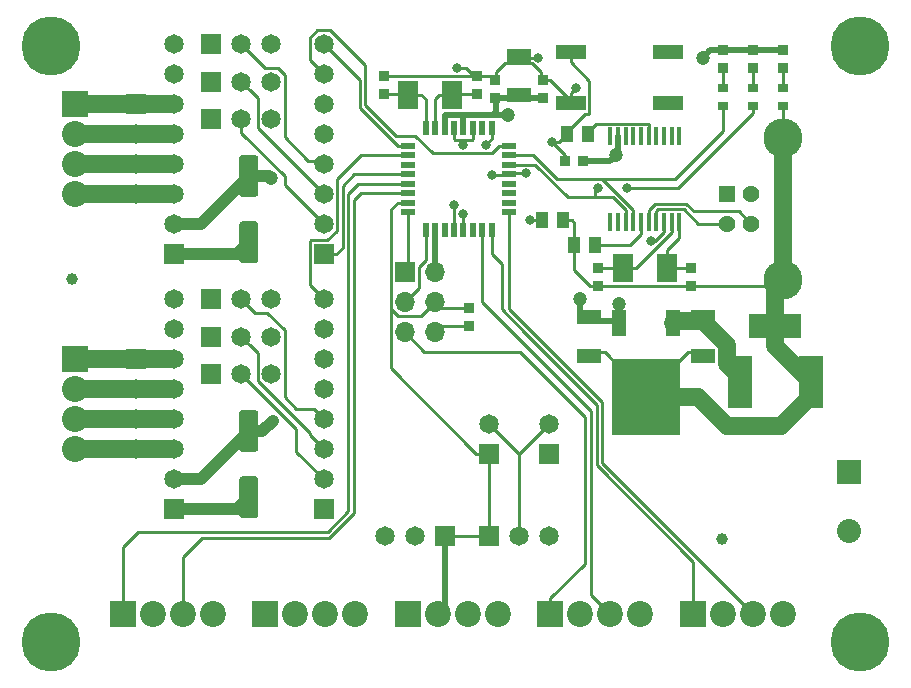
<source format=gbr>
G04 #@! TF.GenerationSoftware,KiCad,Pcbnew,5.1.2-1.fc30*
G04 #@! TF.CreationDate,2019-09-11T07:26:08-04:00*
G04 #@! TF.ProjectId,Platypus,506c6174-7970-4757-932e-6b696361645f,rev?*
G04 #@! TF.SameCoordinates,Original*
G04 #@! TF.FileFunction,Copper,L1,Top*
G04 #@! TF.FilePolarity,Positive*
%FSLAX46Y46*%
G04 Gerber Fmt 4.6, Leading zero omitted, Abs format (unit mm)*
G04 Created by KiCad (PCBNEW 5.1.2-1.fc30) date 2019-09-11 07:26:08*
%MOMM*%
%LPD*%
G04 APERTURE LIST*
%ADD10R,1.016000X1.400000*%
%ADD11R,1.700000X2.400000*%
%ADD12R,0.900000X0.900000*%
%ADD13C,0.100000*%
%ADD14C,1.600000*%
%ADD15C,1.651000*%
%ADD16R,1.651000X1.651000*%
%ADD17R,0.889000X0.762000*%
%ADD18R,4.500000X2.000000*%
%ADD19R,2.000000X4.500000*%
%ADD20C,2.200000*%
%ADD21R,2.200000X2.200000*%
%ADD22R,1.700000X1.700000*%
%ADD23O,1.700000X1.700000*%
%ADD24R,2.540000X1.270000*%
%ADD25R,0.889000X0.889000*%
%ADD26R,1.200000X2.200000*%
%ADD27R,5.800000X6.400000*%
%ADD28R,0.398780X1.498600*%
%ADD29R,0.558800X1.270000*%
%ADD30R,1.270000X0.558800*%
%ADD31C,1.000000*%
%ADD32C,3.316000*%
%ADD33C,1.428000*%
%ADD34R,1.428000X1.428000*%
%ADD35C,5.000000*%
%ADD36R,2.032000X2.032000*%
%ADD37C,2.032000*%
%ADD38R,2.032000X1.270000*%
%ADD39C,0.800000*%
%ADD40C,1.200000*%
%ADD41C,0.250000*%
%ADD42C,1.500000*%
%ADD43C,1.000000*%
%ADD44C,0.500000*%
G04 APERTURE END LIST*
D10*
X193676000Y-38735000D03*
X191897000Y-38735000D03*
D11*
X196651000Y-50038000D03*
X200351000Y-50038000D03*
D12*
X194564000Y-51562000D03*
X194564000Y-50038000D03*
D10*
X194310000Y-48133000D03*
X192531000Y-48133000D03*
D12*
X202438000Y-50038000D03*
X202438000Y-51562000D03*
X185801000Y-34163000D03*
X185801000Y-35687000D03*
X184277000Y-35306000D03*
X184277000Y-33782000D03*
X176403000Y-35306000D03*
X176403000Y-33782000D03*
D10*
X189801500Y-46037500D03*
X191580500Y-46037500D03*
D12*
X189865000Y-35687000D03*
X189865000Y-34163000D03*
D13*
G36*
X165547504Y-40536204D02*
G01*
X165571773Y-40539804D01*
X165595571Y-40545765D01*
X165618671Y-40554030D01*
X165640849Y-40564520D01*
X165661893Y-40577133D01*
X165681598Y-40591747D01*
X165699777Y-40608223D01*
X165716253Y-40626402D01*
X165730867Y-40646107D01*
X165743480Y-40667151D01*
X165753970Y-40689329D01*
X165762235Y-40712429D01*
X165768196Y-40736227D01*
X165771796Y-40760496D01*
X165773000Y-40785000D01*
X165773000Y-43785000D01*
X165771796Y-43809504D01*
X165768196Y-43833773D01*
X165762235Y-43857571D01*
X165753970Y-43880671D01*
X165743480Y-43902849D01*
X165730867Y-43923893D01*
X165716253Y-43943598D01*
X165699777Y-43961777D01*
X165681598Y-43978253D01*
X165661893Y-43992867D01*
X165640849Y-44005480D01*
X165618671Y-44015970D01*
X165595571Y-44024235D01*
X165571773Y-44030196D01*
X165547504Y-44033796D01*
X165523000Y-44035000D01*
X164423000Y-44035000D01*
X164398496Y-44033796D01*
X164374227Y-44030196D01*
X164350429Y-44024235D01*
X164327329Y-44015970D01*
X164305151Y-44005480D01*
X164284107Y-43992867D01*
X164264402Y-43978253D01*
X164246223Y-43961777D01*
X164229747Y-43943598D01*
X164215133Y-43923893D01*
X164202520Y-43902849D01*
X164192030Y-43880671D01*
X164183765Y-43857571D01*
X164177804Y-43833773D01*
X164174204Y-43809504D01*
X164173000Y-43785000D01*
X164173000Y-40785000D01*
X164174204Y-40760496D01*
X164177804Y-40736227D01*
X164183765Y-40712429D01*
X164192030Y-40689329D01*
X164202520Y-40667151D01*
X164215133Y-40646107D01*
X164229747Y-40626402D01*
X164246223Y-40608223D01*
X164264402Y-40591747D01*
X164284107Y-40577133D01*
X164305151Y-40564520D01*
X164327329Y-40554030D01*
X164350429Y-40545765D01*
X164374227Y-40539804D01*
X164398496Y-40536204D01*
X164423000Y-40535000D01*
X165523000Y-40535000D01*
X165547504Y-40536204D01*
X165547504Y-40536204D01*
G37*
D14*
X164973000Y-42285000D03*
D13*
G36*
X165547504Y-46136204D02*
G01*
X165571773Y-46139804D01*
X165595571Y-46145765D01*
X165618671Y-46154030D01*
X165640849Y-46164520D01*
X165661893Y-46177133D01*
X165681598Y-46191747D01*
X165699777Y-46208223D01*
X165716253Y-46226402D01*
X165730867Y-46246107D01*
X165743480Y-46267151D01*
X165753970Y-46289329D01*
X165762235Y-46312429D01*
X165768196Y-46336227D01*
X165771796Y-46360496D01*
X165773000Y-46385000D01*
X165773000Y-49385000D01*
X165771796Y-49409504D01*
X165768196Y-49433773D01*
X165762235Y-49457571D01*
X165753970Y-49480671D01*
X165743480Y-49502849D01*
X165730867Y-49523893D01*
X165716253Y-49543598D01*
X165699777Y-49561777D01*
X165681598Y-49578253D01*
X165661893Y-49592867D01*
X165640849Y-49605480D01*
X165618671Y-49615970D01*
X165595571Y-49624235D01*
X165571773Y-49630196D01*
X165547504Y-49633796D01*
X165523000Y-49635000D01*
X164423000Y-49635000D01*
X164398496Y-49633796D01*
X164374227Y-49630196D01*
X164350429Y-49624235D01*
X164327329Y-49615970D01*
X164305151Y-49605480D01*
X164284107Y-49592867D01*
X164264402Y-49578253D01*
X164246223Y-49561777D01*
X164229747Y-49543598D01*
X164215133Y-49523893D01*
X164202520Y-49502849D01*
X164192030Y-49480671D01*
X164183765Y-49457571D01*
X164177804Y-49433773D01*
X164174204Y-49409504D01*
X164173000Y-49385000D01*
X164173000Y-46385000D01*
X164174204Y-46360496D01*
X164177804Y-46336227D01*
X164183765Y-46312429D01*
X164192030Y-46289329D01*
X164202520Y-46267151D01*
X164215133Y-46246107D01*
X164229747Y-46226402D01*
X164246223Y-46208223D01*
X164264402Y-46191747D01*
X164284107Y-46177133D01*
X164305151Y-46164520D01*
X164327329Y-46154030D01*
X164350429Y-46145765D01*
X164374227Y-46139804D01*
X164398496Y-46136204D01*
X164423000Y-46135000D01*
X165523000Y-46135000D01*
X165547504Y-46136204D01*
X165547504Y-46136204D01*
G37*
D14*
X164973000Y-47885000D03*
D13*
G36*
X165547504Y-67726204D02*
G01*
X165571773Y-67729804D01*
X165595571Y-67735765D01*
X165618671Y-67744030D01*
X165640849Y-67754520D01*
X165661893Y-67767133D01*
X165681598Y-67781747D01*
X165699777Y-67798223D01*
X165716253Y-67816402D01*
X165730867Y-67836107D01*
X165743480Y-67857151D01*
X165753970Y-67879329D01*
X165762235Y-67902429D01*
X165768196Y-67926227D01*
X165771796Y-67950496D01*
X165773000Y-67975000D01*
X165773000Y-70975000D01*
X165771796Y-70999504D01*
X165768196Y-71023773D01*
X165762235Y-71047571D01*
X165753970Y-71070671D01*
X165743480Y-71092849D01*
X165730867Y-71113893D01*
X165716253Y-71133598D01*
X165699777Y-71151777D01*
X165681598Y-71168253D01*
X165661893Y-71182867D01*
X165640849Y-71195480D01*
X165618671Y-71205970D01*
X165595571Y-71214235D01*
X165571773Y-71220196D01*
X165547504Y-71223796D01*
X165523000Y-71225000D01*
X164423000Y-71225000D01*
X164398496Y-71223796D01*
X164374227Y-71220196D01*
X164350429Y-71214235D01*
X164327329Y-71205970D01*
X164305151Y-71195480D01*
X164284107Y-71182867D01*
X164264402Y-71168253D01*
X164246223Y-71151777D01*
X164229747Y-71133598D01*
X164215133Y-71113893D01*
X164202520Y-71092849D01*
X164192030Y-71070671D01*
X164183765Y-71047571D01*
X164177804Y-71023773D01*
X164174204Y-70999504D01*
X164173000Y-70975000D01*
X164173000Y-67975000D01*
X164174204Y-67950496D01*
X164177804Y-67926227D01*
X164183765Y-67902429D01*
X164192030Y-67879329D01*
X164202520Y-67857151D01*
X164215133Y-67836107D01*
X164229747Y-67816402D01*
X164246223Y-67798223D01*
X164264402Y-67781747D01*
X164284107Y-67767133D01*
X164305151Y-67754520D01*
X164327329Y-67744030D01*
X164350429Y-67735765D01*
X164374227Y-67729804D01*
X164398496Y-67726204D01*
X164423000Y-67725000D01*
X165523000Y-67725000D01*
X165547504Y-67726204D01*
X165547504Y-67726204D01*
G37*
D14*
X164973000Y-69475000D03*
D13*
G36*
X165547504Y-62126204D02*
G01*
X165571773Y-62129804D01*
X165595571Y-62135765D01*
X165618671Y-62144030D01*
X165640849Y-62154520D01*
X165661893Y-62167133D01*
X165681598Y-62181747D01*
X165699777Y-62198223D01*
X165716253Y-62216402D01*
X165730867Y-62236107D01*
X165743480Y-62257151D01*
X165753970Y-62279329D01*
X165762235Y-62302429D01*
X165768196Y-62326227D01*
X165771796Y-62350496D01*
X165773000Y-62375000D01*
X165773000Y-65375000D01*
X165771796Y-65399504D01*
X165768196Y-65423773D01*
X165762235Y-65447571D01*
X165753970Y-65470671D01*
X165743480Y-65492849D01*
X165730867Y-65513893D01*
X165716253Y-65533598D01*
X165699777Y-65551777D01*
X165681598Y-65568253D01*
X165661893Y-65582867D01*
X165640849Y-65595480D01*
X165618671Y-65605970D01*
X165595571Y-65614235D01*
X165571773Y-65620196D01*
X165547504Y-65623796D01*
X165523000Y-65625000D01*
X164423000Y-65625000D01*
X164398496Y-65623796D01*
X164374227Y-65620196D01*
X164350429Y-65614235D01*
X164327329Y-65605970D01*
X164305151Y-65595480D01*
X164284107Y-65582867D01*
X164264402Y-65568253D01*
X164246223Y-65551777D01*
X164229747Y-65533598D01*
X164215133Y-65513893D01*
X164202520Y-65492849D01*
X164192030Y-65470671D01*
X164183765Y-65447571D01*
X164177804Y-65423773D01*
X164174204Y-65399504D01*
X164173000Y-65375000D01*
X164173000Y-62375000D01*
X164174204Y-62350496D01*
X164177804Y-62326227D01*
X164183765Y-62302429D01*
X164192030Y-62279329D01*
X164202520Y-62257151D01*
X164215133Y-62236107D01*
X164229747Y-62216402D01*
X164246223Y-62198223D01*
X164264402Y-62181747D01*
X164284107Y-62167133D01*
X164305151Y-62154520D01*
X164327329Y-62144030D01*
X164350429Y-62135765D01*
X164374227Y-62129804D01*
X164398496Y-62126204D01*
X164423000Y-62125000D01*
X165523000Y-62125000D01*
X165547504Y-62126204D01*
X165547504Y-62126204D01*
G37*
D14*
X164973000Y-63875000D03*
D15*
X176530000Y-72771000D03*
X179070000Y-72771000D03*
D16*
X181610000Y-72771000D03*
X161798000Y-37465000D03*
D15*
X164338000Y-37465000D03*
X166878000Y-37465000D03*
D16*
X161798000Y-34290000D03*
D15*
X164338000Y-34290000D03*
X166878000Y-34290000D03*
X166878000Y-31115000D03*
X164338000Y-31115000D03*
D16*
X161798000Y-31115000D03*
D15*
X171323000Y-31115000D03*
X171323000Y-33655000D03*
X171323000Y-36195000D03*
X171323000Y-38735000D03*
X171323000Y-41275000D03*
X171323000Y-43815000D03*
X171323000Y-46355000D03*
D16*
X171323000Y-48895000D03*
D15*
X158623000Y-31115000D03*
X158623000Y-33655000D03*
X158623000Y-36195000D03*
X158623000Y-38735000D03*
X158623000Y-41275000D03*
X158623000Y-43815000D03*
X158623000Y-46355000D03*
D16*
X158623000Y-48895000D03*
D15*
X166878000Y-59055000D03*
X164338000Y-59055000D03*
D16*
X161798000Y-59055000D03*
D15*
X166878000Y-55880000D03*
X164338000Y-55880000D03*
D16*
X161798000Y-55880000D03*
X161798000Y-52705000D03*
D15*
X164338000Y-52705000D03*
X166878000Y-52705000D03*
D16*
X171323000Y-70485000D03*
D15*
X171323000Y-67945000D03*
X171323000Y-65405000D03*
X171323000Y-62865000D03*
X171323000Y-60325000D03*
X171323000Y-57785000D03*
X171323000Y-55245000D03*
X171323000Y-52705000D03*
D16*
X158623000Y-70485000D03*
D15*
X158623000Y-67945000D03*
X158623000Y-65405000D03*
X158623000Y-62865000D03*
X158623000Y-60325000D03*
X158623000Y-57785000D03*
X158623000Y-55245000D03*
X158623000Y-52705000D03*
D17*
X207645000Y-34798000D03*
X207645000Y-36322000D03*
X205105000Y-36322000D03*
X205105000Y-34798000D03*
D18*
X209550000Y-54990000D03*
D19*
X206550000Y-59690000D03*
X212550000Y-59690000D03*
D20*
X186055000Y-79375000D03*
X183515000Y-79375000D03*
X180975000Y-79375000D03*
D21*
X178435000Y-79375000D03*
X190500000Y-79375000D03*
D20*
X193040000Y-79375000D03*
X195580000Y-79375000D03*
X198120000Y-79375000D03*
D16*
X190373000Y-65786000D03*
D15*
X190373000Y-63246000D03*
X185293000Y-63246000D03*
D16*
X185293000Y-65786000D03*
D20*
X210185000Y-79375000D03*
X207645000Y-79375000D03*
X205105000Y-79375000D03*
D21*
X202565000Y-79375000D03*
X154305000Y-79375000D03*
D20*
X156845000Y-79375000D03*
X159385000Y-79375000D03*
X161925000Y-79375000D03*
X173990000Y-79375000D03*
X171450000Y-79375000D03*
X168910000Y-79375000D03*
D21*
X166370000Y-79375000D03*
D22*
X178181000Y-50419000D03*
D23*
X180721000Y-50419000D03*
X178181000Y-52959000D03*
X180721000Y-52959000D03*
X178181000Y-55499000D03*
X180721000Y-55499000D03*
D21*
X150241000Y-36195000D03*
D20*
X150241000Y-38735000D03*
X150241000Y-41275000D03*
X150241000Y-43815000D03*
D16*
X155448000Y-36195000D03*
D15*
X155448000Y-38735000D03*
X155448000Y-41275000D03*
X155448000Y-43815000D03*
D21*
X150241000Y-57785000D03*
D20*
X150241000Y-60325000D03*
X150241000Y-62865000D03*
X150241000Y-65405000D03*
D15*
X155448000Y-65405000D03*
X155448000Y-62865000D03*
X155448000Y-60325000D03*
D16*
X155448000Y-57785000D03*
D24*
X192214500Y-36068000D03*
X192214500Y-31750000D03*
X200469500Y-31750000D03*
X200469500Y-36068000D03*
D25*
X183642000Y-54991000D03*
X183642000Y-53467000D03*
X193294000Y-41021000D03*
X191770000Y-41021000D03*
D26*
X200908000Y-54728000D03*
X196348000Y-54728000D03*
D27*
X198628000Y-61028000D03*
D28*
X195577460Y-46169580D03*
X196227700Y-46169580D03*
X196877940Y-46169580D03*
X197528180Y-46169580D03*
X198178420Y-46169580D03*
X198823580Y-46169580D03*
X199473820Y-46169580D03*
X200124060Y-46169580D03*
X200774300Y-46169580D03*
X201424540Y-46169580D03*
X201424540Y-38920420D03*
X200774300Y-38920420D03*
X200124060Y-38920420D03*
X199473820Y-38920420D03*
X198823580Y-38920420D03*
X198178420Y-38920420D03*
X197528180Y-38920420D03*
X196877940Y-38920420D03*
X196227700Y-38920420D03*
X195577460Y-38920420D03*
D29*
X185552080Y-38252400D03*
X184751980Y-38252400D03*
X183951880Y-38252400D03*
X183151780Y-38252400D03*
X182354220Y-38252400D03*
X181554120Y-38252400D03*
X180754020Y-38252400D03*
X179953920Y-38252400D03*
D30*
X178460400Y-39745920D03*
X178460400Y-40546020D03*
X178460400Y-41346120D03*
X178460400Y-42146220D03*
X178460400Y-42943780D03*
X178460400Y-43743880D03*
X178460400Y-44543980D03*
X178460400Y-45344080D03*
D29*
X179953920Y-46837600D03*
X180754020Y-46837600D03*
X181554120Y-46837600D03*
X182354220Y-46837600D03*
X183151780Y-46837600D03*
X183951880Y-46837600D03*
X184751980Y-46837600D03*
X185552080Y-46837600D03*
D30*
X187045600Y-45344080D03*
X187045600Y-44543980D03*
X187045600Y-43743880D03*
X187045600Y-42943780D03*
X187045600Y-42146220D03*
X187045600Y-41346120D03*
X187045600Y-40546020D03*
X187045600Y-39745920D03*
D11*
X182190000Y-35433000D03*
X178490000Y-35433000D03*
D31*
X150000000Y-51000000D03*
X205000000Y-73000000D03*
D32*
X210196000Y-39045000D03*
X210196000Y-51085000D03*
D33*
X207486000Y-43815000D03*
X207486000Y-46315000D03*
D34*
X205486000Y-43815000D03*
D33*
X205486000Y-46315000D03*
D35*
X216750000Y-31250000D03*
X148250000Y-81750000D03*
X148250000Y-31250000D03*
X216750000Y-81750000D03*
D17*
X210185000Y-36322000D03*
X210185000Y-34798000D03*
D25*
X210185000Y-33147000D03*
X210185000Y-31623000D03*
D36*
X215823000Y-67350000D03*
D37*
X215823000Y-72350000D03*
D38*
X203454000Y-57531000D03*
X203454000Y-54229000D03*
X193802000Y-54229000D03*
X193802000Y-57531000D03*
X187833000Y-35433000D03*
X187833000Y-32131000D03*
D25*
X207645000Y-33147000D03*
X207645000Y-31623000D03*
X205105000Y-33147000D03*
X205105000Y-31623000D03*
D15*
X190373000Y-72771000D03*
X187833000Y-72771000D03*
D16*
X185293000Y-72771000D03*
D39*
X199009000Y-47752000D03*
X183134000Y-45466000D03*
X183134000Y-39624000D03*
X192659000Y-34798000D03*
X189484000Y-32258000D03*
X182626000Y-33147000D03*
X167000000Y-63000000D03*
D40*
X166846703Y-42449298D03*
X196088000Y-40513000D03*
X203454000Y-32258000D03*
X186955998Y-37084000D03*
X193040000Y-52705000D03*
X196342000Y-53086000D03*
D39*
X188785500Y-46037500D03*
X182372000Y-44767500D03*
X190627000Y-39370000D03*
X188468000Y-42071120D03*
X185547000Y-42164000D03*
X185039000Y-39624000D03*
X194564000Y-43307000D03*
X196977000Y-43307000D03*
D41*
X202126000Y-57230000D02*
X198628000Y-60728000D01*
X203454000Y-57230000D02*
X202126000Y-57230000D01*
X198628000Y-60728000D02*
X198628000Y-61028000D01*
X193802000Y-57230000D02*
X195130000Y-57230000D01*
X195130000Y-57230000D02*
X198628000Y-60728000D01*
D42*
X212550000Y-60940000D02*
X212550000Y-59690000D01*
X210050000Y-63440000D02*
X212550000Y-60940000D01*
X205440000Y-63440000D02*
X210050000Y-63440000D01*
X203028000Y-61028000D02*
X205440000Y-63440000D01*
X198628000Y-61028000D02*
X203028000Y-61028000D01*
X209550000Y-56690000D02*
X212550000Y-59690000D01*
X209550000Y-54990000D02*
X209550000Y-56690000D01*
X209550000Y-51731000D02*
X210196000Y-51085000D01*
X209550000Y-54990000D02*
X209550000Y-51731000D01*
X210196000Y-51085000D02*
X210196000Y-39045000D01*
D41*
X201738000Y-51562000D02*
X202438000Y-51562000D01*
X201736999Y-51563001D02*
X201738000Y-51562000D01*
X195265001Y-51563001D02*
X201736999Y-51563001D01*
X195264000Y-51562000D02*
X195265001Y-51563001D01*
X194564000Y-51562000D02*
X195264000Y-51562000D01*
X209719000Y-51562000D02*
X210196000Y-51085000D01*
X202438000Y-51562000D02*
X209719000Y-51562000D01*
X199400590Y-47752000D02*
X199009000Y-47752000D01*
X200124060Y-46169580D02*
X200124060Y-47028530D01*
X200124060Y-47028530D02*
X199400590Y-47752000D01*
X193864000Y-51562000D02*
X194564000Y-51562000D01*
X192531000Y-50229000D02*
X193864000Y-51562000D01*
X192531000Y-48133000D02*
X192531000Y-50229000D01*
X176657000Y-33782000D02*
X184023000Y-33782000D01*
X210196000Y-36964000D02*
X210196000Y-39045000D01*
X210185000Y-36953000D02*
X210196000Y-36964000D01*
X210185000Y-36322000D02*
X210185000Y-36953000D01*
X183134000Y-46819820D02*
X183151780Y-46837600D01*
X183134000Y-45466000D02*
X183134000Y-46819820D01*
X183951880Y-39137400D02*
X183951880Y-38252400D01*
X183876879Y-39212401D02*
X183951880Y-39137400D01*
X182354220Y-39137400D02*
X182429221Y-39212401D01*
X182354220Y-38252400D02*
X182354220Y-39137400D01*
X183134000Y-39308802D02*
X183037599Y-39212401D01*
X183134000Y-39624000D02*
X183134000Y-39308802D01*
X182429221Y-39212401D02*
X183037599Y-39212401D01*
X183037599Y-39212401D02*
X183876879Y-39212401D01*
X187058000Y-32686000D02*
X187833000Y-32686000D01*
X186705000Y-32686000D02*
X187058000Y-32686000D01*
X185928000Y-33463000D02*
X186705000Y-32686000D01*
X185928000Y-34163000D02*
X185928000Y-33463000D01*
X188608000Y-32686000D02*
X187833000Y-32686000D01*
X188961000Y-32686000D02*
X188608000Y-32686000D01*
X189738000Y-33463000D02*
X188961000Y-32686000D01*
X189738000Y-34163000D02*
X189738000Y-33463000D01*
X192214500Y-35939500D02*
X192214500Y-36068000D01*
X190438000Y-34163000D02*
X192214500Y-35939500D01*
X189738000Y-34163000D02*
X190438000Y-34163000D01*
X192531000Y-47183000D02*
X192531000Y-48133000D01*
X192531000Y-46230000D02*
X192531000Y-47183000D01*
X192338500Y-46037500D02*
X192531000Y-46230000D01*
X191580500Y-46037500D02*
X192338500Y-46037500D01*
D43*
X160903000Y-46355000D02*
X164973000Y-42285000D01*
X158623000Y-46355000D02*
X160903000Y-46355000D01*
X160903000Y-67945000D02*
X164973000Y-63875000D01*
X158623000Y-67945000D02*
X160903000Y-67945000D01*
D41*
X192214500Y-36068000D02*
X192214500Y-35242500D01*
X192214500Y-35242500D02*
X192659000Y-34798000D01*
X185547000Y-33782000D02*
X185928000Y-34163000D01*
X184023000Y-33782000D02*
X185547000Y-33782000D01*
X188261000Y-32258000D02*
X187833000Y-32686000D01*
X189484000Y-32258000D02*
X188261000Y-32258000D01*
X183388000Y-33147000D02*
X184023000Y-33782000D01*
X182626000Y-33147000D02*
X183388000Y-33147000D01*
X181229000Y-54991000D02*
X180721000Y-55499000D01*
X183642000Y-54991000D02*
X181229000Y-54991000D01*
D43*
X164973000Y-63875000D02*
X166125000Y-63875000D01*
X166125000Y-63875000D02*
X167000000Y-63000000D01*
X164973000Y-42285000D02*
X166682405Y-42285000D01*
X166682405Y-42285000D02*
X166846703Y-42449298D01*
D41*
X187833000Y-65786000D02*
X187833000Y-72771000D01*
X185293000Y-63246000D02*
X187833000Y-65786000D01*
X187833000Y-65786000D02*
X190373000Y-63246000D01*
X200774300Y-47014700D02*
X200774300Y-46169580D01*
X197751000Y-50038000D02*
X200774300Y-47014700D01*
X196651000Y-50038000D02*
X197751000Y-50038000D01*
X194564000Y-50038000D02*
X196651000Y-50038000D01*
X195068000Y-48133000D02*
X194310000Y-48133000D01*
X197214300Y-48133000D02*
X195068000Y-48133000D01*
X198178420Y-47168880D02*
X197214300Y-48133000D01*
X198178420Y-46169580D02*
X198178420Y-47168880D01*
X201424540Y-47168880D02*
X201424540Y-46169580D01*
X201424540Y-47514460D02*
X201424540Y-47168880D01*
X200351000Y-48588000D02*
X201424540Y-47514460D01*
X200351000Y-50038000D02*
X200351000Y-48588000D01*
X202438000Y-50038000D02*
X200351000Y-50038000D01*
D44*
X196150000Y-54530000D02*
X196348000Y-54728000D01*
X193802000Y-54530000D02*
X196150000Y-54530000D01*
X196227700Y-40373300D02*
X196227700Y-38920420D01*
X196088000Y-40513000D02*
X196227700Y-40373300D01*
X204053999Y-31658001D02*
X204124001Y-31658001D01*
X203454000Y-32258000D02*
X204053999Y-31658001D01*
X204159002Y-31623000D02*
X205105000Y-31623000D01*
X204124001Y-31658001D02*
X204159002Y-31623000D01*
X205105000Y-31623000D02*
X207645000Y-31623000D01*
X207645000Y-31623000D02*
X210185000Y-31623000D01*
X183151780Y-37117400D02*
X183151780Y-38252400D01*
X183185180Y-37084000D02*
X183151780Y-37117400D01*
X181554120Y-37117400D02*
X181554120Y-38252400D01*
X181587520Y-37084000D02*
X181554120Y-37117400D01*
X183185180Y-37084000D02*
X181587520Y-37084000D01*
X185928000Y-36830000D02*
X185928000Y-35687000D01*
X185674000Y-37084000D02*
X185928000Y-36830000D01*
X185674000Y-37084000D02*
X183185180Y-37084000D01*
X186955998Y-37084000D02*
X185674000Y-37084000D01*
X187532000Y-35687000D02*
X187833000Y-35386000D01*
X185928000Y-35687000D02*
X187532000Y-35687000D01*
X188134000Y-35687000D02*
X187833000Y-35386000D01*
X189738000Y-35687000D02*
X188134000Y-35687000D01*
X193802000Y-54530000D02*
X193040000Y-53768000D01*
X193040000Y-53768000D02*
X193040000Y-52705000D01*
X195580000Y-41021000D02*
X196088000Y-40513000D01*
X193294000Y-41021000D02*
X195580000Y-41021000D01*
X196348000Y-54728000D02*
X196348000Y-53092000D01*
X196348000Y-53092000D02*
X196342000Y-53086000D01*
X180721000Y-46870620D02*
X180754020Y-46837600D01*
X180721000Y-50419000D02*
X180721000Y-46870620D01*
D41*
X180754020Y-37367400D02*
X180754020Y-38252400D01*
X180754020Y-35768980D02*
X180754020Y-37367400D01*
X181090000Y-35433000D02*
X180754020Y-35768980D01*
X182190000Y-35433000D02*
X181090000Y-35433000D01*
X182317000Y-35306000D02*
X182190000Y-35433000D01*
X184023000Y-35306000D02*
X182317000Y-35306000D01*
X179953920Y-37367400D02*
X179953920Y-38252400D01*
X179953920Y-35796920D02*
X179953920Y-37367400D01*
X179590000Y-35433000D02*
X179953920Y-35796920D01*
X178490000Y-35433000D02*
X179590000Y-35433000D01*
X178363000Y-35306000D02*
X178490000Y-35433000D01*
X176657000Y-35306000D02*
X178363000Y-35306000D01*
X189801500Y-46037500D02*
X188785500Y-46037500D01*
X182372000Y-46819820D02*
X182354220Y-46837600D01*
X182372000Y-44767500D02*
X182372000Y-46819820D01*
X191770000Y-41021000D02*
X191770000Y-40513000D01*
X191770000Y-40513000D02*
X190627000Y-39370000D01*
X187120700Y-42071120D02*
X187045600Y-42146220D01*
X188468000Y-42071120D02*
X187120700Y-42071120D01*
X191262000Y-39370000D02*
X191897000Y-38735000D01*
X190627000Y-39370000D02*
X191262000Y-39370000D01*
X192214500Y-32635000D02*
X192214500Y-31750000D01*
X191897000Y-38543000D02*
X193411999Y-37028001D01*
X191897000Y-38735000D02*
X191897000Y-38543000D01*
X193411999Y-37028001D02*
X193744501Y-37028001D01*
X193744501Y-37028001D02*
X193809501Y-36963001D01*
X193809501Y-36963001D02*
X193809501Y-34230001D01*
X193809501Y-34230001D02*
X192214500Y-32635000D01*
X187027820Y-42164000D02*
X187045600Y-42146220D01*
X185547000Y-42164000D02*
X187027820Y-42164000D01*
X190500000Y-78025000D02*
X193421000Y-75104000D01*
X190500000Y-79375000D02*
X190500000Y-78025000D01*
X193421000Y-75104000D02*
X193421000Y-62674500D01*
X193421000Y-62674500D02*
X187896500Y-57150000D01*
X179832000Y-57150000D02*
X178181000Y-55499000D01*
X187896500Y-57150000D02*
X179832000Y-57150000D01*
D42*
X201106000Y-54530000D02*
X200908000Y-54728000D01*
X203454000Y-54530000D02*
X201106000Y-54530000D01*
X206550000Y-59690000D02*
X206550000Y-59230000D01*
X206550000Y-59230000D02*
X205486000Y-58166000D01*
X205486000Y-56562000D02*
X203454000Y-54530000D01*
X205486000Y-58166000D02*
X205486000Y-56562000D01*
D43*
X163963000Y-70485000D02*
X164973000Y-69475000D01*
X158623000Y-70485000D02*
X163963000Y-70485000D01*
X163963000Y-48895000D02*
X164973000Y-47885000D01*
X158623000Y-48895000D02*
X163963000Y-48895000D01*
D41*
X179871001Y-53808999D02*
X180721000Y-52959000D01*
X177575400Y-44543980D02*
X177005999Y-45113381D01*
X178460400Y-44543980D02*
X177575400Y-44543980D01*
X177005999Y-53523001D02*
X177616999Y-54134001D01*
X177005999Y-45113381D02*
X177005999Y-53523001D01*
X177616999Y-54134001D02*
X179545999Y-54134001D01*
X179545999Y-54134001D02*
X179871001Y-53808999D01*
X181229000Y-53467000D02*
X180721000Y-52959000D01*
X183642000Y-53467000D02*
X181229000Y-53467000D01*
X184217500Y-65786000D02*
X185293000Y-65786000D01*
X177005999Y-53523001D02*
X177005999Y-58574499D01*
X177005999Y-58574499D02*
X184217500Y-65786000D01*
X185293000Y-66861500D02*
X185293000Y-72771000D01*
X185293000Y-65786000D02*
X185293000Y-66861500D01*
X185293000Y-72771000D02*
X181610000Y-72771000D01*
D44*
X181610000Y-78740000D02*
X180975000Y-79375000D01*
X181610000Y-72771000D02*
X181610000Y-78740000D01*
D41*
X164338000Y-38632433D02*
X168000000Y-42294433D01*
X164338000Y-37465000D02*
X164338000Y-38632433D01*
X168000000Y-43032000D02*
X171323000Y-46355000D01*
X168000000Y-42294433D02*
X168000000Y-43032000D01*
X165163499Y-35115499D02*
X164338000Y-34290000D01*
X165727499Y-35679499D02*
X165163499Y-35115499D01*
X171323000Y-43815000D02*
X165727499Y-38219499D01*
X165727499Y-38219499D02*
X165727499Y-35679499D01*
X170000000Y-41000000D02*
X171048000Y-41000000D01*
X168000000Y-39000000D02*
X170000000Y-41000000D01*
X164338000Y-31115000D02*
X166362499Y-33139499D01*
X171048000Y-41000000D02*
X171323000Y-41275000D01*
X167430241Y-33139499D02*
X168028501Y-33737759D01*
X168028501Y-33737759D02*
X168028501Y-38017241D01*
X166362499Y-33139499D02*
X167430241Y-33139499D01*
X168028501Y-38017241D02*
X168000000Y-38045742D01*
X168000000Y-38045742D02*
X168000000Y-39000000D01*
X177575400Y-39745920D02*
X174371000Y-36541520D01*
X178460400Y-39745920D02*
X177575400Y-39745920D01*
X174371000Y-34163000D02*
X171323000Y-31115000D01*
X174371000Y-36541520D02*
X174371000Y-34163000D01*
X180562883Y-40349001D02*
X185557519Y-40349001D01*
X186160600Y-39745920D02*
X187045600Y-39745920D01*
X177419000Y-38862000D02*
X179075882Y-38862000D01*
X185557519Y-40349001D02*
X186160600Y-39745920D01*
X174821010Y-36264010D02*
X177419000Y-38862000D01*
X170172499Y-32504499D02*
X170172499Y-30562759D01*
X170172499Y-30562759D02*
X170770759Y-29964499D01*
X170770759Y-29964499D02*
X171875241Y-29964499D01*
X171875241Y-29964499D02*
X174821010Y-32910268D01*
X179075882Y-38862000D02*
X180562883Y-40349001D01*
X171323000Y-33655000D02*
X170172499Y-32504499D01*
X174821010Y-32910268D02*
X174821010Y-36264010D01*
X178460400Y-42146220D02*
X173880780Y-42146220D01*
X172398500Y-48895000D02*
X171323000Y-48895000D01*
X172923511Y-48369989D02*
X172398500Y-48895000D01*
X173880780Y-42146220D02*
X172923511Y-43103489D01*
X172923511Y-43103489D02*
X172923511Y-48369989D01*
D42*
X158623000Y-36195000D02*
X155321000Y-36195000D01*
X155321000Y-36195000D02*
X150241000Y-36195000D01*
X150241000Y-38735000D02*
X155321000Y-38735000D01*
X155321000Y-38735000D02*
X158623000Y-38735000D01*
X158623000Y-41275000D02*
X155321000Y-41275000D01*
X155321000Y-41275000D02*
X150241000Y-41275000D01*
X150241000Y-43815000D02*
X155321000Y-43815000D01*
X155321000Y-43815000D02*
X158623000Y-43815000D01*
D41*
X171323000Y-67945000D02*
X169000000Y-65622000D01*
X169000000Y-63717000D02*
X164338000Y-59055000D01*
X169000000Y-65622000D02*
X169000000Y-63717000D01*
X165163499Y-56705499D02*
X164338000Y-55880000D01*
X165727499Y-57269499D02*
X165163499Y-56705499D01*
X165727499Y-59607241D02*
X165727499Y-57269499D01*
X170172499Y-64052241D02*
X165727499Y-59607241D01*
X171323000Y-65405000D02*
X170172499Y-64254499D01*
X170172499Y-64254499D02*
X170172499Y-64052241D01*
X168028501Y-55327759D02*
X168028501Y-59971499D01*
X166556243Y-53855501D02*
X168028501Y-55327759D01*
X164338000Y-52705000D02*
X165488501Y-53855501D01*
X165488501Y-53855501D02*
X166556243Y-53855501D01*
X168028501Y-59971499D02*
X168000000Y-60000000D01*
X168000000Y-60000000D02*
X168000000Y-61000000D01*
X168000000Y-61000000D02*
X169000000Y-62000000D01*
X170458000Y-62000000D02*
X171323000Y-62865000D01*
X169000000Y-62000000D02*
X170458000Y-62000000D01*
X185552080Y-38252400D02*
X185552080Y-39110920D01*
X185552080Y-39110920D02*
X185039000Y-39624000D01*
X177575400Y-40546020D02*
X177542380Y-40513000D01*
X178460400Y-40546020D02*
X177575400Y-40546020D01*
X177542380Y-40513000D02*
X174498000Y-40513000D01*
X170497501Y-51879501D02*
X171323000Y-52705000D01*
X170172499Y-51554499D02*
X170497501Y-51879501D01*
X172473501Y-42537499D02*
X172473501Y-46907241D01*
X172473501Y-46907241D02*
X171636243Y-47744499D01*
X174498000Y-40513000D02*
X172473501Y-42537499D01*
X171636243Y-47744499D02*
X170237499Y-47744499D01*
X170237499Y-47744499D02*
X170172499Y-47809499D01*
X170172499Y-47809499D02*
X170172499Y-51554499D01*
D42*
X158623000Y-65405000D02*
X155321000Y-65405000D01*
X155321000Y-65405000D02*
X150241000Y-65405000D01*
X150241000Y-62865000D02*
X155321000Y-62865000D01*
X155321000Y-62865000D02*
X158623000Y-62865000D01*
X158623000Y-60325000D02*
X155321000Y-60325000D01*
X155321000Y-60325000D02*
X150241000Y-60325000D01*
X150241000Y-57785000D02*
X155321000Y-57785000D01*
X155321000Y-57785000D02*
X158623000Y-57785000D01*
D41*
X207645000Y-34798000D02*
X207645000Y-33147000D01*
X205105000Y-33147000D02*
X205105000Y-34798000D01*
X193981482Y-77776482D02*
X193981482Y-62155482D01*
X195580000Y-79375000D02*
X193981482Y-77776482D01*
X184751980Y-52925980D02*
X184751980Y-46837600D01*
X193981482Y-62155482D02*
X184751980Y-52925980D01*
X202565000Y-74931410D02*
X194431491Y-66797901D01*
X202565000Y-79375000D02*
X202565000Y-74931410D01*
X194431491Y-66797901D02*
X194431491Y-61652991D01*
X188468000Y-55627410D02*
X186372500Y-53531910D01*
X194431491Y-61652991D02*
X188468000Y-55689500D01*
X188468000Y-55689500D02*
X188468000Y-55627410D01*
X186372500Y-53531910D02*
X186372500Y-49720500D01*
X185552080Y-48900080D02*
X185552080Y-46837600D01*
X186372500Y-49720500D02*
X185552080Y-48900080D01*
X194881500Y-66611500D02*
X194881500Y-61404500D01*
X207645000Y-79375000D02*
X194881500Y-66611500D01*
X194881500Y-61404500D02*
X187045600Y-53568600D01*
X187045600Y-53568600D02*
X187045600Y-45344080D01*
X178460400Y-42943780D02*
X174244741Y-42943780D01*
X174244741Y-42943780D02*
X173373521Y-43815000D01*
X173373521Y-70670481D02*
X171654002Y-72390000D01*
X173373521Y-43815000D02*
X173373521Y-70670481D01*
X171654002Y-72390000D02*
X155575000Y-72390000D01*
X154305000Y-73660000D02*
X154305000Y-79375000D01*
X155575000Y-72390000D02*
X154305000Y-73660000D01*
X159385000Y-74549000D02*
X159385000Y-79375000D01*
X178460400Y-43743880D02*
X174442120Y-43743880D01*
X173863000Y-44323000D02*
X173863000Y-70817412D01*
X173863000Y-70817412D02*
X171782412Y-72898000D01*
X174442120Y-43743880D02*
X173863000Y-44323000D01*
X171782412Y-72898000D02*
X161036000Y-72898000D01*
X161036000Y-72898000D02*
X159385000Y-74549000D01*
X178460400Y-50139600D02*
X178181000Y-50419000D01*
X178460400Y-45344080D02*
X178460400Y-50139600D01*
X179030999Y-52109001D02*
X178181000Y-52959000D01*
X179356001Y-51783999D02*
X179030999Y-52109001D01*
X179356001Y-50005999D02*
X179356001Y-51783999D01*
X179953920Y-46837600D02*
X179953920Y-49408080D01*
X179953920Y-49408080D02*
X179356001Y-50005999D01*
X196877940Y-45170280D02*
X195776660Y-44069000D01*
X196877940Y-46169580D02*
X196877940Y-45170280D01*
X194310000Y-43561000D02*
X194564000Y-43307000D01*
X194310000Y-44069000D02*
X194310000Y-43561000D01*
X195776660Y-44069000D02*
X194310000Y-44069000D01*
X207645000Y-36953000D02*
X207645000Y-36322000D01*
X201291000Y-43307000D02*
X207645000Y-36953000D01*
X196977000Y-43307000D02*
X201291000Y-43307000D01*
X191963090Y-44069000D02*
X194310000Y-44069000D01*
X189240210Y-41346120D02*
X191963090Y-44069000D01*
X187045600Y-41346120D02*
X189240210Y-41346120D01*
X193988500Y-42545000D02*
X193294000Y-42545000D01*
X194902900Y-42545000D02*
X193988500Y-42545000D01*
X197528180Y-45170280D02*
X194902900Y-42545000D01*
X197528180Y-46169580D02*
X197528180Y-45170280D01*
X193294000Y-42545000D02*
X201041000Y-42545000D01*
X205105000Y-38481000D02*
X205105000Y-36322000D01*
X201041000Y-42545000D02*
X205105000Y-38481000D01*
X191770000Y-42545000D02*
X193294000Y-42545000D01*
X191075500Y-42545000D02*
X191770000Y-42545000D01*
X187045600Y-40546020D02*
X189076520Y-40546020D01*
X189076520Y-40546020D02*
X191075500Y-42545000D01*
X210185000Y-33147000D02*
X210185000Y-34798000D01*
X198823580Y-37921120D02*
X198823580Y-38920420D01*
X198748579Y-37846119D02*
X198823580Y-37921120D01*
X194372881Y-37846119D02*
X198748579Y-37846119D01*
X193676000Y-38735000D02*
X193676000Y-38543000D01*
X193676000Y-38543000D02*
X194372881Y-37846119D01*
X198823580Y-45170280D02*
X198823580Y-46169580D01*
X199348591Y-44645269D02*
X198823580Y-45170280D01*
X201999679Y-44645269D02*
X199348591Y-44645269D01*
X202630409Y-45275999D02*
X201999679Y-44645269D01*
X206446999Y-45275999D02*
X202630409Y-45275999D01*
X207486000Y-46315000D02*
X206446999Y-45275999D01*
X199664669Y-45095279D02*
X201813279Y-45095279D01*
X199473820Y-46169580D02*
X199473820Y-45286128D01*
X199473820Y-45286128D02*
X199664669Y-45095279D01*
X203033000Y-46315000D02*
X205486000Y-46315000D01*
X201813279Y-45095279D02*
X203033000Y-46315000D01*
M02*

</source>
